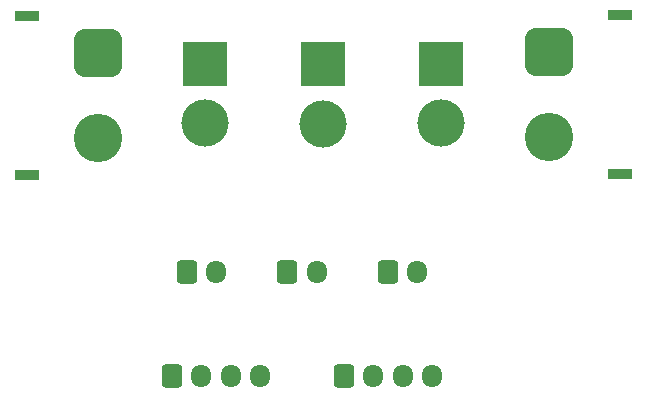
<source format=gbr>
%TF.GenerationSoftware,KiCad,Pcbnew,8.0.4*%
%TF.CreationDate,2024-07-22T18:27:50+09:00*%
%TF.ProjectId,RoboMaster branch circuit substrate-3,526f626f-4d61-4737-9465-72206272616e,rev?*%
%TF.SameCoordinates,Original*%
%TF.FileFunction,Copper,L2,Bot*%
%TF.FilePolarity,Positive*%
%FSLAX46Y46*%
G04 Gerber Fmt 4.6, Leading zero omitted, Abs format (unit mm)*
G04 Created by KiCad (PCBNEW 8.0.4) date 2024-07-22 18:27:50*
%MOMM*%
%LPD*%
G01*
G04 APERTURE LIST*
G04 Aperture macros list*
%AMRoundRect*
0 Rectangle with rounded corners*
0 $1 Rounding radius*
0 $2 $3 $4 $5 $6 $7 $8 $9 X,Y pos of 4 corners*
0 Add a 4 corners polygon primitive as box body*
4,1,4,$2,$3,$4,$5,$6,$7,$8,$9,$2,$3,0*
0 Add four circle primitives for the rounded corners*
1,1,$1+$1,$2,$3*
1,1,$1+$1,$4,$5*
1,1,$1+$1,$6,$7*
1,1,$1+$1,$8,$9*
0 Add four rect primitives between the rounded corners*
20,1,$1+$1,$2,$3,$4,$5,0*
20,1,$1+$1,$4,$5,$6,$7,0*
20,1,$1+$1,$6,$7,$8,$9,0*
20,1,$1+$1,$8,$9,$2,$3,0*%
G04 Aperture macros list end*
%TA.AperFunction,ComponentPad*%
%ADD10R,3.800000X3.800000*%
%TD*%
%TA.AperFunction,ComponentPad*%
%ADD11C,4.000000*%
%TD*%
%TA.AperFunction,ComponentPad*%
%ADD12RoundRect,0.250000X-0.600000X-0.725000X0.600000X-0.725000X0.600000X0.725000X-0.600000X0.725000X0*%
%TD*%
%TA.AperFunction,ComponentPad*%
%ADD13O,1.700000X1.950000*%
%TD*%
%TA.AperFunction,ComponentPad*%
%ADD14R,2.000000X0.900000*%
%TD*%
%TA.AperFunction,ComponentPad*%
%ADD15RoundRect,1.025000X1.025000X-1.025000X1.025000X1.025000X-1.025000X1.025000X-1.025000X-1.025000X0*%
%TD*%
%TA.AperFunction,ComponentPad*%
%ADD16C,4.100000*%
%TD*%
%TA.AperFunction,ComponentPad*%
%ADD17RoundRect,1.025000X-1.025000X1.025000X-1.025000X-1.025000X1.025000X-1.025000X1.025000X1.025000X0*%
%TD*%
G04 APERTURE END LIST*
D10*
%TO.P,J5,1,Pin_1*%
%TO.N,/+*%
X168870000Y-96306666D03*
D11*
%TO.P,J5,2,Pin_2*%
%TO.N,/-*%
X168870000Y-101306666D03*
%TD*%
D12*
%TO.P,J8,1,Pin_1*%
%TO.N,/TX*%
X164380000Y-113890000D03*
D13*
%TO.P,J8,2,Pin_2*%
%TO.N,/RX*%
X166880000Y-113890000D03*
%TD*%
D12*
%TO.P,J6,1,Pin_1*%
%TO.N,+5V*%
X160640000Y-122690000D03*
D13*
%TO.P,J6,2,Pin_2*%
%TO.N,/TX*%
X163140000Y-122690000D03*
%TO.P,J6,3,Pin_3*%
%TO.N,/RX*%
X165640000Y-122690000D03*
%TO.P,J6,4,Pin_4*%
%TO.N,GND*%
X168140000Y-122690000D03*
%TD*%
D12*
%TO.P,J10,1,Pin_1*%
%TO.N,/TX*%
X147340000Y-113890000D03*
D13*
%TO.P,J10,2,Pin_2*%
%TO.N,/RX*%
X149840000Y-113890000D03*
%TD*%
D14*
%TO.P,J1,*%
%TO.N,*%
X133850000Y-105700000D03*
X133850000Y-92200000D03*
D15*
%TO.P,J1,1,Pin_1*%
%TO.N,/+*%
X139850000Y-95350000D03*
D16*
%TO.P,J1,2,Pin_2*%
%TO.N,/-*%
X139850000Y-102550000D03*
%TD*%
D12*
%TO.P,J7,1,Pin_1*%
%TO.N,+5V*%
X146080000Y-122690000D03*
D13*
%TO.P,J7,2,Pin_2*%
%TO.N,/TX*%
X148580000Y-122690000D03*
%TO.P,J7,3,Pin_3*%
%TO.N,/RX*%
X151080000Y-122690000D03*
%TO.P,J7,4,Pin_4*%
%TO.N,GND*%
X153580000Y-122690000D03*
%TD*%
D14*
%TO.P,J2,*%
%TO.N,*%
X184020000Y-92110000D03*
X184020000Y-105610000D03*
D17*
%TO.P,J2,1,Pin_1*%
%TO.N,/+*%
X178020000Y-95260000D03*
D16*
%TO.P,J2,2,Pin_2*%
%TO.N,/-*%
X178020000Y-102460000D03*
%TD*%
D10*
%TO.P,J3,1,Pin_1*%
%TO.N,/+*%
X148900000Y-96300000D03*
D11*
%TO.P,J3,2,Pin_2*%
%TO.N,/-*%
X148900000Y-101300000D03*
%TD*%
D12*
%TO.P,J9,1,Pin_1*%
%TO.N,/TX*%
X155870000Y-113890000D03*
D13*
%TO.P,J9,2,Pin_2*%
%TO.N,/RX*%
X158370000Y-113890000D03*
%TD*%
D10*
%TO.P,J4,1,Pin_1*%
%TO.N,/+*%
X158885000Y-96313332D03*
D11*
%TO.P,J4,2,Pin_2*%
%TO.N,/-*%
X158885000Y-101313332D03*
%TD*%
M02*

</source>
